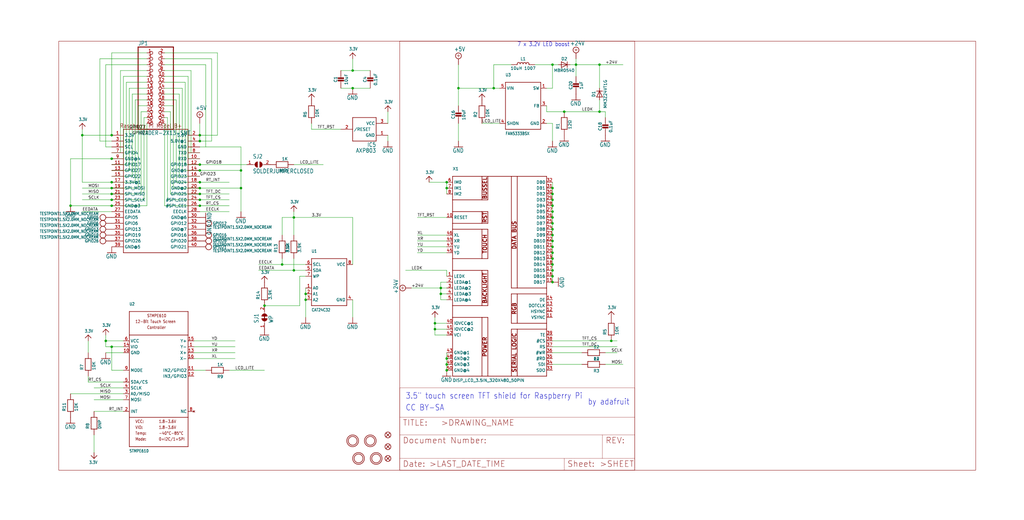
<source format=kicad_sch>
(kicad_sch (version 20211123) (generator eeschema)
  (paper "User" 442.544 224.663)
  (junction (at 86.36 81.28))
  (junction (at 48.26 81.28))
  (junction (at 48.26 86.36))
  (junction (at 45.72 147.32))
  (junction (at 193.04 157.48))
  (junction (at 238.76 93.98))
  (junction (at 190.5 124.46))
  (junction (at 187.96 142.24))
  (junction (at 86.36 73.66))
  (junction (at 238.76 88.9))
  (junction (at 86.36 83.82))
  (junction (at 86.36 78.74))
  (junction (at 190.5 127))
  (junction (at 86.36 86.36))
  (junction (at 127 93.98))
  (junction (at 238.76 83.82))
  (junction (at 114.3 132.08))
  (junction (at 243.84 48.26))
  (junction (at 104.14 81.28))
  (junction (at 238.76 81.28))
  (junction (at 30.48 88.9))
  (junction (at 86.36 60.96))
  (junction (at 238.76 91.44))
  (junction (at 187.96 139.7))
  (junction (at 132.08 129.54))
  (junction (at 238.76 104.14))
  (junction (at 48.26 88.9))
  (junction (at 104.14 73.66))
  (junction (at 238.76 27.94))
  (junction (at 264.16 147.32))
  (junction (at 238.76 116.84))
  (junction (at 86.36 71.12))
  (junction (at 193.04 160.02))
  (junction (at 48.26 68.58))
  (junction (at 238.76 96.52))
  (junction (at 248.92 27.94))
  (junction (at 238.76 106.68))
  (junction (at 48.26 83.82))
  (junction (at 35.56 58.42))
  (junction (at 152.4 30.48))
  (junction (at 193.04 78.74))
  (junction (at 127 116.84))
  (junction (at 86.36 58.42))
  (junction (at 48.26 149.86))
  (junction (at 238.76 101.6))
  (junction (at 121.92 114.3))
  (junction (at 48.26 58.42))
  (junction (at 213.36 38.1))
  (junction (at 193.04 81.28))
  (junction (at 238.76 99.06))
  (junction (at 48.26 78.74))
  (junction (at 238.76 109.22))
  (junction (at 152.4 38.1))
  (junction (at 198.12 38.1))
  (junction (at 238.76 121.92))
  (junction (at 238.76 86.36))
  (junction (at 259.08 48.26))
  (junction (at 238.76 111.76))
  (junction (at 238.76 114.3))
  (junction (at 132.08 127))
  (junction (at 259.08 27.94))
  (junction (at 238.76 119.38))
  (junction (at 86.36 88.9))
  (junction (at 193.04 154.94))
  (wire (pts (xy 193.04 157.48) (xy 193.04 160.02)))
  (wire (pts (xy 238.76 96.52) (xy 238.76 99.06)))
  (wire (pts (xy 48.26 86.36) (xy 62.23 86.36)))
  (wire (pts (xy 48.26 68.58) (xy 53.34 68.58)))
  (wire (pts (xy 35.56 55.88) (xy 35.56 58.42)))
  (wire (pts (xy 152.4 25.4) (xy 152.4 30.48)))
  (wire (pts (xy 129.54 132.08) (xy 129.54 119.38)))
  (wire (pts (xy 180.34 106.68) (xy 193.04 106.68)))
  (wire (pts (xy 83.82 160.02) (xy 88.9 160.02)))
  (wire (pts (xy 48.26 88.9) (xy 30.48 88.9)))
  (wire (pts (xy 62.23 86.36) (xy 62.23 50.8)))
  (wire (pts (xy 127 93.98) (xy 121.92 93.98)))
  (wire (pts (xy 187.96 144.78) (xy 187.96 142.24)))
  (wire (pts (xy 160.02 30.48) (xy 152.4 30.48)))
  (wire (pts (xy 48.26 68.58) (xy 30.48 68.58)))
  (wire (pts (xy 86.36 66.04) (xy 82.55 66.04)))
  (wire (pts (xy 52.07 30.48) (xy 63.5 30.48)))
  (wire (pts (xy 78.74 38.1) (xy 78.74 73.66)))
  (wire (pts (xy 127 111.76) (xy 127 116.84)))
  (wire (pts (xy 238.76 111.76) (xy 238.76 114.3)))
  (wire (pts (xy 48.26 22.86) (xy 63.5 22.86)))
  (wire (pts (xy 48.26 81.28) (xy 59.69 81.28)))
  (wire (pts (xy 45.72 27.94) (xy 63.5 27.94)))
  (wire (pts (xy 58.42 78.74) (xy 58.42 43.18)))
  (wire (pts (xy 52.07 66.04) (xy 52.07 30.48)))
  (wire (pts (xy 48.26 58.42) (xy 48.26 22.86)))
  (wire (pts (xy 86.36 83.82) (xy 99.06 83.82)))
  (wire (pts (xy 43.18 60.96) (xy 43.18 25.4)))
  (wire (pts (xy 48.26 91.44) (xy 35.56 91.44)))
  (wire (pts (xy 111.76 116.84) (xy 127 116.84)))
  (wire (pts (xy 48.26 160.02) (xy 48.26 149.86)))
  (wire (pts (xy 86.36 81.28) (xy 104.14 81.28)))
  (wire (pts (xy 238.76 147.32) (xy 264.16 147.32)))
  (wire (pts (xy 59.69 45.72) (xy 63.5 45.72)))
  (wire (pts (xy 238.76 149.86) (xy 266.7 149.86)))
  (wire (pts (xy 167.64 53.34) (xy 167.64 48.26)))
  (wire (pts (xy 127 91.44) (xy 127 93.98)))
  (wire (pts (xy 76.2 43.18) (xy 76.2 78.74)))
  (wire (pts (xy 238.76 116.84) (xy 238.76 119.38)))
  (wire (pts (xy 48.26 81.28) (xy 35.56 81.28)))
  (wire (pts (xy 91.44 60.96) (xy 91.44 25.4)))
  (wire (pts (xy 81.28 33.02) (xy 81.28 68.58)))
  (wire (pts (xy 58.42 43.18) (xy 63.5 43.18)))
  (wire (pts (xy 132.08 114.3) (xy 121.92 114.3)))
  (wire (pts (xy 190.5 129.54) (xy 193.04 129.54)))
  (wire (pts (xy 35.56 58.42) (xy 48.26 58.42)))
  (wire (pts (xy 190.5 124.46) (xy 177.8 124.46)))
  (wire (pts (xy 73.66 48.26) (xy 73.66 83.82)))
  (wire (pts (xy 53.34 177.8) (xy 40.64 177.8)))
  (wire (pts (xy 38.1 165.1) (xy 38.1 162.56)))
  (wire (pts (xy 93.98 58.42) (xy 86.36 58.42)))
  (wire (pts (xy 71.12 88.9) (xy 86.36 88.9)))
  (wire (pts (xy 238.76 53.34) (xy 238.76 60.96)))
  (wire (pts (xy 30.48 68.58) (xy 30.48 88.9)))
  (wire (pts (xy 74.93 81.28) (xy 74.93 45.72)))
  (wire (pts (xy 77.47 76.2) (xy 77.47 40.64)))
  (wire (pts (xy 38.1 152.4) (xy 38.1 147.32)))
  (wire (pts (xy 238.76 27.94) (xy 241.3 27.94)))
  (wire (pts (xy 86.36 88.9) (xy 99.06 88.9)))
  (wire (pts (xy 152.4 129.54) (xy 152.4 137.16)))
  (wire (pts (xy 236.22 45.72) (xy 236.22 48.26)))
  (wire (pts (xy 71.12 43.18) (xy 76.2 43.18)))
  (wire (pts (xy 86.36 86.36) (xy 72.39 86.36)))
  (wire (pts (xy 86.36 60.96) (xy 91.44 60.96)))
  (wire (pts (xy 45.72 147.32) (xy 53.34 147.32)))
  (wire (pts (xy 86.36 86.36) (xy 99.06 86.36)))
  (wire (pts (xy 213.36 38.1) (xy 198.12 38.1)))
  (wire (pts (xy 91.44 25.4) (xy 71.12 25.4)))
  (wire (pts (xy 248.92 33.02) (xy 248.92 27.94)))
  (wire (pts (xy 261.62 152.4) (xy 266.7 152.4)))
  (wire (pts (xy 193.04 152.4) (xy 193.04 154.94)))
  (wire (pts (xy 238.76 86.36) (xy 238.76 88.9)))
  (wire (pts (xy 43.18 25.4) (xy 63.5 25.4)))
  (wire (pts (xy 127 116.84) (xy 132.08 116.84)))
  (wire (pts (xy 187.96 139.7) (xy 187.96 137.16)))
  (wire (pts (xy 213.36 38.1) (xy 213.36 27.94)))
  (wire (pts (xy 45.72 147.32) (xy 45.72 149.86)))
  (wire (pts (xy 48.26 88.9) (xy 63.5 88.9)))
  (wire (pts (xy 132.08 129.54) (xy 132.08 137.16)))
  (wire (pts (xy 76.2 78.74) (xy 86.36 78.74)))
  (wire (pts (xy 238.76 81.28) (xy 238.76 83.82)))
  (wire (pts (xy 264.16 147.32) (xy 266.7 147.32)))
  (wire (pts (xy 193.04 78.74) (xy 185.42 78.74)))
  (wire (pts (xy 53.34 160.02) (xy 48.26 160.02)))
  (wire (pts (xy 193.04 154.94) (xy 193.04 157.48)))
  (wire (pts (xy 238.76 104.14) (xy 238.76 106.68)))
  (wire (pts (xy 259.08 38.1) (xy 259.08 27.94)))
  (wire (pts (xy 238.76 101.6) (xy 238.76 104.14)))
  (wire (pts (xy 193.04 101.6) (xy 180.34 101.6)))
  (wire (pts (xy 104.14 81.28) (xy 104.14 91.44)))
  (wire (pts (xy 236.22 53.34) (xy 238.76 53.34)))
  (wire (pts (xy 62.23 50.8) (xy 63.5 50.8)))
  (wire (pts (xy 152.4 114.3) (xy 152.4 93.98)))
  (wire (pts (xy 190.5 127) (xy 193.04 127)))
  (wire (pts (xy 80.01 71.12) (xy 80.01 35.56)))
  (wire (pts (xy 40.64 195.58) (xy 40.64 187.96)))
  (wire (pts (xy 48.26 86.36) (xy 35.56 86.36)))
  (wire (pts (xy 187.96 139.7) (xy 193.04 139.7)))
  (wire (pts (xy 82.55 30.48) (xy 71.12 30.48)))
  (wire (pts (xy 215.9 53.34) (xy 208.28 53.34)))
  (wire (pts (xy 35.56 78.74) (xy 35.56 58.42)))
  (wire (pts (xy 53.34 172.72) (xy 40.64 172.72)))
  (wire (pts (xy 57.15 40.64) (xy 63.5 40.64)))
  (wire (pts (xy 198.12 38.1) (xy 198.12 27.94)))
  (wire (pts (xy 147.32 38.1) (xy 152.4 38.1)))
  (wire (pts (xy 238.76 109.22) (xy 238.76 111.76)))
  (wire (pts (xy 86.36 78.74) (xy 99.06 78.74)))
  (wire (pts (xy 152.4 38.1) (xy 160.02 38.1)))
  (wire (pts (xy 236.22 48.26) (xy 243.84 48.26)))
  (wire (pts (xy 45.72 152.4) (xy 53.34 152.4)))
  (wire (pts (xy 238.76 88.9) (xy 238.76 91.44)))
  (wire (pts (xy 82.55 66.04) (xy 82.55 30.48)))
  (wire (pts (xy 48.26 83.82) (xy 35.56 83.82)))
  (wire (pts (xy 77.47 40.64) (xy 71.12 40.64)))
  (wire (pts (xy 80.01 35.56) (xy 71.12 35.56)))
  (wire (pts (xy 121.92 111.76) (xy 121.92 114.3)))
  (wire (pts (xy 175.26 116.84) (xy 193.04 116.84)))
  (wire (pts (xy 86.36 81.28) (xy 74.93 81.28)))
  (wire (pts (xy 238.76 83.82) (xy 238.76 86.36)))
  (wire (pts (xy 48.26 63.5) (xy 45.72 63.5)))
  (wire (pts (xy 55.88 38.1) (xy 63.5 38.1)))
  (wire (pts (xy 193.04 104.14) (xy 180.34 104.14)))
  (wire (pts (xy 147.32 55.88) (xy 134.62 55.88)))
  (wire (pts (xy 152.4 93.98) (xy 127 93.98)))
  (wire (pts (xy 45.72 144.78) (xy 45.72 147.32)))
  (wire (pts (xy 86.36 76.2) (xy 77.47 76.2)))
  (wire (pts (xy 86.36 63.5) (xy 104.14 63.5)))
  (wire (pts (xy 259.08 48.26) (xy 261.62 48.26)))
  (wire (pts (xy 132.08 127) (xy 132.08 129.54)))
  (wire (pts (xy 86.36 58.42) (xy 86.36 60.96)))
  (wire (pts (xy 83.82 147.32) (xy 101.6 147.32)))
  (wire (pts (xy 48.26 76.2) (xy 57.15 76.2)))
  (wire (pts (xy 193.04 142.24) (xy 187.96 142.24)))
  (wire (pts (xy 71.12 27.94) (xy 88.9 27.94)))
  (wire (pts (xy 60.96 83.82) (xy 60.96 48.26)))
  (wire (pts (xy 238.76 78.74) (xy 238.76 81.28)))
  (wire (pts (xy 104.14 73.66) (xy 104.14 81.28)))
  (wire (pts (xy 121.92 93.98) (xy 121.92 101.6)))
  (wire (pts (xy 48.26 60.96) (xy 43.18 60.96)))
  (wire (pts (xy 238.76 38.1) (xy 236.22 38.1)))
  (wire (pts (xy 54.61 35.56) (xy 63.5 35.56)))
  (wire (pts (xy 132.08 124.46) (xy 132.08 127)))
  (wire (pts (xy 48.26 73.66) (xy 55.88 73.66)))
  (wire (pts (xy 231.14 27.94) (xy 238.76 27.94)))
  (wire (pts (xy 243.84 48.26) (xy 259.08 48.26)))
  (wire (pts (xy 190.5 121.92) (xy 190.5 124.46)))
  (wire (pts (xy 72.39 50.8) (xy 71.12 50.8)))
  (wire (pts (xy 167.64 58.42) (xy 167.64 60.96)))
  (wire (pts (xy 59.69 81.28) (xy 59.69 45.72)))
  (wire (pts (xy 60.96 48.26) (xy 63.5 48.26)))
  (wire (pts (xy 198.12 38.1) (xy 198.12 45.72)))
  (wire (pts (xy 86.36 53.34) (xy 86.36 58.42)))
  (wire (pts (xy 121.92 114.3) (xy 111.76 114.3)))
  (wire (pts (xy 213.36 27.94) (xy 220.98 27.94)))
  (wire (pts (xy 63.5 88.9) (xy 63.5 53.34)))
  (wire (pts (xy 86.36 91.44) (xy 99.06 91.44)))
  (wire (pts (xy 238.76 106.68) (xy 238.76 109.22)))
  (wire (pts (xy 71.12 48.26) (xy 73.66 48.26)))
  (wire (pts (xy 190.5 127) (xy 190.5 129.54)))
  (wire (pts (xy 238.76 114.3) (xy 238.76 116.84)))
  (wire (pts (xy 54.61 71.12) (xy 54.61 35.56)))
  (wire (pts (xy 71.12 53.34) (xy 71.12 88.9)))
  (wire (pts (xy 193.04 124.46) (xy 190.5 124.46)))
  (wire (pts (xy 55.88 73.66) (xy 55.88 38.1)))
  (wire (pts (xy 48.26 71.12) (xy 54.61 71.12)))
  (wire (pts (xy 93.98 22.86) (xy 93.98 58.42)))
  (wire (pts (xy 261.62 157.48) (xy 269.24 157.48)))
  (wire (pts (xy 198.12 53.34) (xy 198.12 60.96)))
  (wire (pts (xy 238.76 27.94) (xy 238.76 38.1)))
  (wire (pts (xy 190.5 124.46) (xy 190.5 127)))
  (wire (pts (xy 193.04 109.22) (xy 180.34 109.22)))
  (wire (pts (xy 193.04 78.74) (xy 193.04 81.28)))
  (wire (pts (xy 30.48 170.18) (xy 53.34 170.18)))
  (wire (pts (xy 193.04 121.92) (xy 190.5 121.92)))
  (wire (pts (xy 71.12 22.86) (xy 93.98 22.86)))
  (wire (pts (xy 238.76 99.06) (xy 238.76 101.6)))
  (wire (pts (xy 88.9 27.94) (xy 88.9 63.5)))
  (wire (pts (xy 246.38 27.94) (xy 248.92 27.94)))
  (wire (pts (xy 53.34 68.58) (xy 53.34 33.02)))
  (wire (pts (xy 152.4 30.48) (xy 147.32 30.48)))
  (wire (pts (xy 259.08 43.18) (xy 259.08 48.26)))
  (wire (pts (xy 129.54 119.38) (xy 132.08 119.38)))
  (wire (pts (xy 238.76 157.48) (xy 251.46 157.48)))
  (wire (pts (xy 238.76 119.38) (xy 238.76 121.92)))
  (wire (pts (xy 187.96 144.78) (xy 193.04 144.78)))
  (wire (pts (xy 193.04 83.82) (xy 193.04 81.28)))
  (wire (pts (xy 104.14 63.5) (xy 104.14 73.66)))
  (wire (pts (xy 45.72 63.5) (xy 45.72 27.94)))
  (wire (pts (xy 78.74 73.66) (xy 86.36 73.66)))
  (wire (pts (xy 48.26 78.74) (xy 35.56 78.74)))
  (wire (pts (xy 193.04 93.98) (xy 180.34 93.98)))
  (wire (pts (xy 134.62 55.88) (xy 134.62 53.34)))
  (wire (pts (xy 99.06 160.02) (xy 114.3 160.02)))
  (wire (pts (xy 193.04 116.84) (xy 193.04 119.38)))
  (wire (pts (xy 81.28 68.58) (xy 86.36 68.58)))
  (wire (pts (xy 248.92 25.4) (xy 248.92 27.94)))
  (wire (pts (xy 259.08 27.94) (xy 269.24 27.94)))
  (wire (pts (xy 86.36 71.12) (xy 106.68 71.12)))
  (wire (pts (xy 53.34 33.02) (xy 63.5 33.02)))
  (wire (pts (xy 73.66 83.82) (xy 86.36 83.82)))
  (wire (pts (xy 215.9 38.1) (xy 213.36 38.1)))
  (wire (pts (xy 86.36 73.66) (xy 104.14 73.66)))
  (wire (pts (xy 74.93 45.72) (xy 71.12 45.72)))
  (wire (pts (xy 72.39 86.36) (xy 72.39 50.8)))
  (wire (pts (xy 238.76 93.98) (xy 238.76 96.52)))
  (wire (pts (xy 114.3 132.08) (xy 129.54 132.08)))
  (wire (pts (xy 40.64 167.64) (xy 53.34 167.64)))
  (wire (pts (xy 38.1 165.1) (xy 53.34 165.1)))
  (wire (pts (xy 83.82 149.86) (xy 101.6 149.86)))
  (wire (pts (xy 53.34 149.86) (xy 48.26 149.86)))
  (wire (pts (xy 83.82 154.94) (xy 101.6 154.94)))
  (wire (pts (xy 86.36 71.12) (xy 80.01 71.12)))
  (wire (pts (xy 251.46 152.4) (xy 238.76 152.4)))
  (wire (pts (xy 48.26 78.74) (xy 58.42 78.74)))
  (wire (pts (xy 48.26 66.04) (xy 52.07 66.04)))
  (wire (pts (xy 71.12 33.02) (xy 81.28 33.02)))
  (wire (pts (xy 238.76 91.44) (xy 238.76 93.98)))
  (wire (pts (xy 127 101.6) (xy 127 93.98)))
  (wire (pts (xy 127 71.12) (xy 139.7 71.12)))
  (wire (pts (xy 48.26 149.86) (xy 45.72 149.86)))
  (wire (pts (xy 57.15 76.2) (xy 57.15 40.64)))
  (wire (pts (xy 48.26 83.82) (xy 60.96 83.82)))
  (wire (pts (xy 248.92 27.94) (xy 259.08 27.94)))
  (wire (pts (xy 187.96 142.24) (xy 187.96 139.7)))
  (wire (pts (xy 83.82 152.4) (xy 101.6 152.4)))
  (wire (pts (xy 261.62 48.26) (xy 261.62 50.8)))
  (wire (pts (xy 71.12 38.1) (xy 78.74 38.1)))
  (text "3.5\" touch screen TFT shield for Raspberry Pi" (at 175.26 172.72 180) (effects (font (size 2.54 2.159)) (justify left bottom)))
  (text "by adafruit~{}" (at 254 175.26 180) (effects (font (size 2.54 2.159)) (justify left bottom)))
  (text "7 x 3.2V LED boost" (at 223.52 20.32 180) (effects (font (size 1.778 1.5113)) (justify left bottom)))
  (text "CC BY-SA" (at 175.26 177.8 180) (effects (font (size 2.54 2.159)) (justify left bottom)))
  (label "LEDK" (at 251.46 48.26 0) (effects (font (size 1.2446 1.2446))))
  (label "MOSI" (at 264.16 157.48 0) (effects (font (size 1.2446 1.2446))))
  (label "3.3V" (at 134.62 93.98 0) (effects (font (size 1.2446 1.2446))))
  (label "TFT_RST" (at 137.16 55.88 0) (effects (font (size 1.2446 1.2446))))
  (label "LCD_LITE" (at 129.54 71.12 0) (effects (font (size 1.2446 1.2446))))
  (label "TFT_RST" (at 180.34 93.98 0) (effects (font (size 1.2446 1.2446))))
  (label "MOSI" (at 38.1 81.28 0) (effects (font (size 1.2446 1.2446))))
  (label "TFT_DC" (at 88.9 83.82 0) (effects (font (size 1.2446 1.2446))))
  (label "XR" (at 91.44 152.4 0) (effects (font (size 1.2446 1.2446))))
  (label "EEDATA" (at 35.56 91.44 0) (effects (font (size 1.2446 1.2446))))
  (label "GPIO18" (at 88.9 71.12 0) (effects (font (size 1.2446 1.2446))))
  (label "XL" (at 91.44 154.94 0) (effects (font (size 1.2446 1.2446))))
  (label "YD" (at 180.34 109.22 0) (effects (font (size 1.2446 1.2446))))
  (label "LCD_LITE" (at 101.6 160.02 0) (effects (font (size 1.2446 1.2446))))
  (label "RT_INT" (at 88.9 78.74 0) (effects (font (size 1.2446 1.2446))))
  (label "YU" (at 180.34 106.68 0) (effects (font (size 1.2446 1.2446))))
  (label "RT_CS" (at 38.1 165.1 0) (effects (font (size 1.2446 1.2446))))
  (label "XR" (at 180.34 104.14 0) (effects (font (size 1.2446 1.2446))))
  (label "MISO" (at 38.1 83.82 0) (effects (font (size 1.2446 1.2446))))
  (label "EECLK" (at 88.9 91.44 0) (effects (font (size 1.2446 1.2446))))
  (label "MISO" (at 43.18 170.18 0) (effects (font (size 1.2446 1.2446))))
  (label "RT_CS" (at 88.9 88.9 0) (effects (font (size 1.2446 1.2446))))
  (label "RT_INT" (at 46.99 177.8 0) (effects (font (size 1.2446 1.2446))))
  (label "+24V" (at 261.62 27.94 0) (effects (font (size 1.2446 1.2446))))
  (label "SCLK" (at 38.1 86.36 0) (effects (font (size 1.2446 1.2446))))
  (label "MOSI" (at 43.18 172.72 0) (effects (font (size 1.2446 1.2446))))
  (label "SCLK" (at 264.16 152.4 0) (effects (font (size 1.2446 1.2446))))
  (label "EEDATA" (at 111.76 116.84 0) (effects (font (size 1.2446 1.2446))))
  (label "TFT_DC" (at 251.46 149.86 0) (effects (font (size 1.2446 1.2446))))
  (label "EECLK" (at 111.76 114.3 0) (effects (font (size 1.2446 1.2446))))
  (label "LEDK" (at 177.8 116.84 0) (effects (font (size 1.2446 1.2446))))
  (label "GPIO22" (at 57.15 58.42 0) (effects (font (size 1.2446 1.2446))))
  (label "GPIO23" (at 86.36 76.2 0) (effects (font (size 1.2446 1.2446))))
  (label "+24V" (at 177.8 124.46 0) (effects (font (size 1.2446 1.2446))))
  (label "SCLK" (at 43.18 167.64 0) (effects (font (size 1.2446 1.2446))))
  (label "XL" (at 180.34 101.6 0) (effects (font (size 1.2446 1.2446))))
  (label "LCD_LITE" (at 208.28 53.34 0) (effects (font (size 1.2446 1.2446))))
  (label "GPIO27" (at 55.88 55.88 0) (effects (font (size 1.2446 1.2446))))
  (label "TFT_CS" (at 88.9 86.36 0) (effects (font (size 1.2446 1.2446))))
  (label "YD" (at 91.44 147.32 0) (effects (font (size 1.2446 1.2446))))
  (label "YU" (at 91.44 149.86 0) (effects (font (size 1.2446 1.2446))))
  (label "TFT_CS" (at 251.46 147.32 0) (effects (font (size 1.2446 1.2446))))
  (symbol (lib_id "eagleSchem-eagle-import:GND") (at 261.62 60.96 0) (unit 1)
    (property "Reference" "#U$27" (effects hide))
    (property "Value" "GND" (at 259.08 63.5 0) (effects (font (size 1.778 1.5113)) (justify left bottom)))
    (property "Footprint" "eagleSchem:" (effects hide))
  )
  (symbol (lib_id "eagleSchem-eagle-import:+24V") (at 175.26 124.46 90) (unit 1)
    (property "Reference" "#SUPPLY1" (effects hide))
    (property "Value" "+24V" (at 172.085 127 0) (effects (font (size 1.778 1.5113)) (justify left bottom)))
    (property "Footprint" "eagleSchem:" (effects hide))
  )
  (symbol (lib_id "eagleSchem-eagle-import:TESTPOINT1.5X2.0MM_NOCREAM") (at 86.36 106.68 270) (unit 1)
    (property "Reference" "GPIO21" (at 91.948 106.68 90) (effects (font (size 1.27 1.0795)) (justify left)))
    (property "Value" "TESTPOINT1.5X2.0MM_NOCREAM" (at 91.948 108.331 90) (effects (font (size 1.27 1.0795)) (justify left)))
    (property "Footprint" "eagleSchem:PAD-1.5X2.0" (effects hide))
  )
  (symbol (lib_id "eagleSchem-eagle-import:HEADER-2X13-SMT") (at 68.58 38.1 0) (unit 1)
    (property "Reference" "JP1" (at 59.69 19.685 0) (effects (font (size 1.778 1.5113)) (justify left bottom)))
    (property "Value" "HEADER-2X13-SMT" (at 59.69 58.42 0) (effects (font (size 1.778 1.5113)) (justify left bottom)))
    (property "Footprint" "eagleSchem:2X13_SMT_MALE" (effects hide))
  )
  (symbol (lib_id "eagleSchem-eagle-import:CAP_CERAMIC0805-NOOUTLINE") (at 160.02 35.56 0) (unit 1)
    (property "Reference" "C4" (at 157.73 34.31 90))
    (property "Value" "0.1uF" (at 162.32 34.31 90))
    (property "Footprint" "eagleSchem:0805-NO" (effects hide))
  )
  (symbol (lib_id "eagleSchem-eagle-import:GND") (at 238.76 63.5 0) (unit 1)
    (property "Reference" "#U$25" (effects hide))
    (property "Value" "GND" (at 236.22 66.04 0) (effects (font (size 1.778 1.5113)) (justify left bottom)))
    (property "Footprint" "eagleSchem:" (effects hide))
  )
  (symbol (lib_id "eagleSchem-eagle-import:GND") (at 152.4 40.64 0) (unit 1)
    (property "Reference" "#U$5" (effects hide))
    (property "Value" "GND" (at 149.86 43.18 0) (effects (font (size 1.778 1.5113)) (justify left bottom)))
    (property "Footprint" "eagleSchem:" (effects hide))
  )
  (symbol (lib_id "eagleSchem-eagle-import:GND") (at 48.26 109.22 0) (unit 1)
    (property "Reference" "#U$36" (effects hide))
    (property "Value" "GND" (at 45.72 111.76 0) (effects (font (size 1.778 1.5113)) (justify left bottom)))
    (property "Footprint" "eagleSchem:" (effects hide))
  )
  (symbol (lib_id "eagleSchem-eagle-import:CAP_CERAMIC0805-NOOUTLINE") (at 198.12 50.8 0) (unit 1)
    (property "Reference" "C16" (at 195.83 49.55 90))
    (property "Value" "10uF" (at 200.42 49.55 90))
    (property "Footprint" "eagleSchem:0805-NO" (effects hide))
  )
  (symbol (lib_id "eagleSchem-eagle-import:MOUNTINGHOLE2.5_THICK") (at 160.02 190.5 0) (unit 1)
    (property "Reference" "U$15" (effects hide))
    (property "Value" "MOUNTINGHOLE2.5_THICK" (effects hide))
    (property "Footprint" "eagleSchem:MOUNTINGHOLE_2.5_PLATED_THICK" (effects hide))
  )
  (symbol (lib_id "eagleSchem-eagle-import:RESISTOR0805_NOOUTLINE") (at 30.48 175.26 90) (unit 1)
    (property "Reference" "R11" (at 28.448 177.8 0) (effects (justify left bottom)))
    (property "Value" "10K" (at 33.655 177.8 0) (effects (justify left bottom)))
    (property "Footprint" "eagleSchem:0805-NO" (effects hide))
  )
  (symbol (lib_id "eagleSchem-eagle-import:RESISTOR_0805MP") (at 256.54 157.48 180) (unit 1)
    (property "Reference" "R3" (at 259.08 159.512 0) (effects (justify left bottom)))
    (property "Value" "12" (at 259.08 154.305 0) (effects (justify left bottom)))
    (property "Footprint" "eagleSchem:_0805MP" (effects hide))
  )
  (symbol (lib_id "eagleSchem-eagle-import:3.3V") (at 45.72 142.24 0) (unit 1)
    (property "Reference" "#U$4" (effects hide))
    (property "Value" "3.3V" (at 44.196 141.224 0) (effects (font (size 1.27 1.0795)) (justify left bottom)))
    (property "Footprint" "eagleSchem:" (effects hide))
  )
  (symbol (lib_id "eagleSchem-eagle-import:GND") (at 114.3 144.78 0) (unit 1)
    (property "Reference" "#GND5" (effects hide))
    (property "Value" "GND" (at 111.76 147.32 0) (effects (font (size 1.778 1.5113)) (justify left bottom)))
    (property "Footprint" "eagleSchem:" (effects hide))
  )
  (symbol (lib_id "eagleSchem-eagle-import:RESISTOR0805_NOOUTLINE") (at 256.54 152.4 180) (unit 1)
    (property "Reference" "R4" (at 259.08 154.432 0) (effects (justify left bottom)))
    (property "Value" "12" (at 259.08 149.225 0) (effects (justify left bottom)))
    (property "Footprint" "eagleSchem:0805-NO" (effects hide))
  )
  (symbol (lib_id "eagleSchem-eagle-import:3.3V") (at 187.96 134.62 0) (unit 1)
    (property "Reference" "#U$32" (effects hide))
    (property "Value" "3.3V" (at 186.436 133.604 0) (effects (font (size 1.27 1.0795)) (justify left bottom)))
    (property "Footprint" "eagleSchem:" (effects hide))
  )
  (symbol (lib_id "eagleSchem-eagle-import:GND") (at 132.08 139.7 0) (unit 1)
    (property "Reference" "#GND3" (effects hide))
    (property "Value" "GND" (at 129.54 142.24 0) (effects (font (size 1.778 1.5113)) (justify left bottom)))
    (property "Footprint" "eagleSchem:" (effects hide))
  )
  (symbol (lib_id "eagleSchem-eagle-import:3.3V") (at 127 88.9 0) (unit 1)
    (property "Reference" "#U$34" (effects hide))
    (property "Value" "3.3V" (at 125.476 87.884 0) (effects (font (size 1.27 1.0795)) (justify left bottom)))
    (property "Footprint" "eagleSchem:" (effects hide))
  )
  (symbol (lib_id "eagleSchem-eagle-import:3.3V") (at 208.28 40.64 0) (unit 1)
    (property "Reference" "#U$13" (effects hide))
    (property "Value" "3.3V" (at 206.756 39.624 0) (effects (font (size 1.27 1.0795)) (justify left bottom)))
    (property "Footprint" "eagleSchem:" (effects hide))
  )
  (symbol (lib_id "eagleSchem-eagle-import:RASPBERRYPI_BPLUS_SMT") (at 66.04 78.74 0) (unit 1)
    (property "Reference" "RPI1" (effects hide))
    (property "Value" "RASPBERRYPI_BPLUS_SMT" (effects hide))
    (property "Footprint" "eagleSchem:RASPBERRYPI_BPLUS_SHIELD_SMT" (effects hide))
  )
  (symbol (lib_id "eagleSchem-eagle-import:RESISTOR0805_NOOUTLINE") (at 208.28 48.26 90) (unit 1)
    (property "Reference" "R2" (at 206.248 50.8 0) (effects (justify left bottom)))
    (property "Value" "10K" (at 211.455 50.8 0) (effects (justify left bottom)))
    (property "Footprint" "eagleSchem:0805-NO" (effects hide))
  )
  (symbol (lib_id "eagleSchem-eagle-import:MOUNTINGHOLE2.5_THICK") (at 154.94 198.12 0) (unit 1)
    (property "Reference" "U$17" (effects hide))
    (property "Value" "MOUNTINGHOLE2.5_THICK" (effects hide))
    (property "Footprint" "eagleSchem:MOUNTINGHOLE_2.5_PLATED_THICK" (effects hide))
    (property "Value" "MOUNTINGHOLE2.5_THICK" (effects hide))
  )
  (symbol (lib_id "eagleSchem-eagle-import:GND") (at 88.9 99.06 90) (unit 1)
    (property "Reference" "#U$37" (effects hide))
    (property "Value" "GND" (at 91.44 101.6 0) (effects (font (size 1.778 1.5113)) (justify left bottom)))
    (property "Footprint" "eagleSchem:" (effects hide))
  )
  (symbol (lib_id "eagleSchem-eagle-import:GND") (at 104.14 93.98 0) (unit 1)
    (property "Reference" "#U$9" (effects hide))
    (property "Value" "GND" (at 101.6 96.52 0) (effects (font (size 1.778 1.5113)) (justify left bottom)))
    (property "Footprint" "eagleSchem:" (effects hide))
  )
  (symbol (lib_id "eagleSchem-eagle-import:TESTPOINT1.5X2.0MM_NOCREAM") (at 48.26 93.98 90) (unit 1)
    (property "Reference" "GPIO5" (at 42.672 93.98 90) (effects (font (size 1.27 1.0795)) (justify left)))
    (property "Value" "TESTPOINT1.5X2.0MM_NOCREAM" (at 42.672 92.329 90) (effects (font (size 1.27 1.0795)) (justify left)))
    (property "Footprint" "eagleSchem:PAD-1.5X2.0" (effects hide))
  )
  (symbol (lib_id "eagleSchem-eagle-import:FIDUCIAL{dblquote}{dblquote}") (at 167.64 198.12 0) (unit 1)
    (property "Reference" "U$11" (effects hide))
    (property "Value" "FIDUCIAL{dblquote}{dblquote}" (effects hide))
    (property "Footprint" "eagleSchem:FIDUCIAL_1MM" (effects hide))
  )
  (symbol (lib_id "eagleSchem-eagle-import:FAN5331") (at 226.06 45.72 0) (unit 1)
    (property "Reference" "U3" (at 218.44 33.02 0) (effects (font (size 1.27 1.0795)) (justify left bottom)))
    (property "Value" "FAN5333BSX" (at 218.44 58.42 0) (effects (font (size 1.27 1.0795)) (justify left bottom)))
    (property "Footprint" "eagleSchem:SOT23-5@1" (effects hide))
  )
  (symbol (lib_id "eagleSchem-eagle-import:CAP_CERAMIC0805-NOOUTLINE") (at 147.32 35.56 0) (unit 1)
    (property "Reference" "C1" (at 145.03 34.31 90))
    (property "Value" "10uF" (at 149.62 34.31 90))
    (property "Footprint" "eagleSchem:0805-NO" (effects hide))
  )
  (symbol (lib_id "eagleSchem-eagle-import:CAP_CERAMIC_0805MP") (at 248.92 38.1 0) (unit 1)
    (property "Reference" "C20" (at 246.63 36.85 90))
    (property "Value" "1uF" (at 251.22 36.85 90))
    (property "Footprint" "eagleSchem:_0805MP" (effects hide))
  )
  (symbol (lib_id "eagleSchem-eagle-import:SOLDERJUMPERCLOSED") (at 111.76 71.12 0) (unit 1)
    (property "Reference" "SJ2" (at 109.22 68.58 0) (effects (font (size 1.778 1.5113)) (justify left bottom)))
    (property "Value" "SOLDERJUMPERCLOSED" (at 109.22 74.93 0) (effects (font (size 1.778 1.5113)) (justify left bottom)))
    (property "Footprint" "eagleSchem:SOLDERJUMPER_CLOSEDWIRE" (effects hide))
  )
  (symbol (lib_id "eagleSchem-eagle-import:TESTPOINT1.5X2.0MM_NOCREAM") (at 86.36 101.6 270) (unit 1)
    (property "Reference" "GPIO16" (at 91.948 101.6 90) (effects (font (size 1.27 1.0795)) (justify left)))
    (property "Value" "TESTPOINT1.5X2.0MM_NOCREAM" (at 91.948 103.251 90) (effects (font (size 1.27 1.0795)) (justify left)))
    (property "Footprint" "eagleSchem:PAD-1.5X2.0" (effects hide))
  )
  (symbol (lib_id "eagleSchem-eagle-import:3.3V") (at 152.4 22.86 0) (unit 1)
    (property "Reference" "#U$26" (effects hide))
    (property "Value" "3.3V" (at 150.876 21.844 0) (effects (font (size 1.27 1.0795)) (justify left bottom)))
    (property "Footprint" "eagleSchem:" (effects hide))
  )
  (symbol (lib_id "eagleSchem-eagle-import:MOUNTINGHOLE2.5_THICK") (at 152.4 190.5 0) (unit 1)
    (property "Reference" "U$16" (effects hide))
    (property "Value" "MOUNTINGHOLE2.5_THICK" (effects hide))
    (property "Footprint" "eagleSchem:MOUNTINGHOLE_2.5_PLATED_THICK" (effects hide))
  )
  (symbol (lib_id "eagleSchem-eagle-import:AXP083-SAG") (at 157.48 55.88 0) (mirror y) (unit 1)
    (property "Reference" "IC5" (at 162.56 63.5 0) (effects (font (size 1.778 1.5113)) (justify left bottom)))
    (property "Value" "AXP803" (at 162.56 66.04 0) (effects (font (size 1.778 1.5113)) (justify left bottom)))
    (property "Footprint" "eagleSchem:SOT23" (effects hide))
  )
  (symbol (lib_id "eagleSchem-eagle-import:3.3V") (at 185.42 76.2 0) (unit 1)
    (property "Reference" "#U$30" (effects hide))
    (property "Value" "3.3V" (at 183.896 75.184 0) (effects (font (size 1.27 1.0795)) (justify left bottom)))
    (property "Footprint" "eagleSchem:" (effects hide))
  )
  (symbol (lib_id "eagleSchem-eagle-import:SOLDERJUMPER_CLOSED") (at 114.3 137.16 90) (unit 1)
    (property "Reference" "SJ1" (at 111.76 139.7 0) (effects (font (size 1.778 1.5113)) (justify left bottom)))
    (property "Value" "WP" (at 118.11 139.7 0) (effects (font (size 1.778 1.5113)) (justify left bottom)))
    (property "Footprint" "eagleSchem:SOLDERJUMPER_CLOSEDWIRE" (effects hide))
  )
  (symbol (lib_id "eagleSchem-eagle-import:GND") (at 30.48 91.44 0) (unit 1)
    (property "Reference" "#U$12" (effects hide))
    (property "Value" "GND" (at 27.94 93.98 0) (effects (font (size 1.778 1.5113)) (justify left bottom)))
    (property "Footprint" "eagleSchem:" (effects hide))
  )
  (symbol (lib_id "eagleSchem-eagle-import:RESISTOR0805_NOOUTLINE") (at 40.64 182.88 90) (unit 1)
    (property "Reference" "R8" (at 38.608 185.42 0) (effects (justify left bottom)))
    (property "Value" "DNP" (at 43.815 185.42 0) (effects (justify left bottom)))
    (property "Footprint" "eagleSchem:0805-NO" (effects hide))
  )
  (symbol (lib_id "eagleSchem-eagle-import:3.3V") (at 40.64 198.12 180) (unit 1)
    (property "Reference" "#U$3" (effects hide))
    (property "Value" "3.3V" (at 42.164 199.136 0) (effects (font (size 1.27 1.0795)) (justify left bottom)))
    (property "Footprint" "eagleSchem:" (effects hide))
  )
  (symbol (lib_id "eagleSchem-eagle-import:+5V") (at 198.12 25.4 0) (unit 1)
    (property "Reference" "#SUPPLY4" (effects hide))
    (property "Value" "+5V" (at 196.215 22.225 0) (effects (font (size 1.778 1.5113)) (justify left bottom)))
    (property "Footprint" "eagleSchem:" (effects hide))
  )
  (symbol (lib_id "eagleSchem-eagle-import:GND") (at 243.84 60.96 0) (unit 1)
    (property "Reference" "#U$6" (effects hide))
    (property "Value" "GND" (at 241.3 63.5 0) (effects (font (size 1.778 1.5113)) (justify left bottom)))
    (property "Footprint" "eagleSchem:" (effects hide))
  )
  (symbol (lib_id "eagleSchem-eagle-import:3.3V") (at 167.64 45.72 0) (unit 1)
    (property "Reference" "#U$28" (effects hide))
    (property "Value" "3.3V" (at 166.116 44.704 0) (effects (font (size 1.27 1.0795)) (justify left bottom)))
    (property "Footprint" "eagleSchem:" (effects hide))
  )
  (symbol (lib_id "eagleSchem-eagle-import:RESISTOR0805_NOOUTLINE") (at 121.92 106.68 90) (unit 1)
    (property "Reference" "R13" (at 119.888 109.22 0) (effects (justify left bottom)))
    (property "Value" "3.9K" (at 125.095 109.22 0) (effects (justify left bottom)))
    (property "Footprint" "eagleSchem:0805-NO" (effects hide))
  )
  (symbol (lib_id "eagleSchem-eagle-import:GND") (at 167.64 63.5 0) (unit 1)
    (property "Reference" "#U$14" (effects hide))
    (property "Value" "GND" (at 165.1 66.04 0) (effects (font (size 1.778 1.5113)) (justify left bottom)))
    (property "Footprint" "eagleSchem:" (effects hide))
  )
  (symbol (lib_id "eagleSchem-eagle-import:3.3V") (at 35.56 53.34 0) (unit 1)
    (property "Reference" "#U$33" (effects hide))
    (property "Value" "3.3V" (at 34.036 52.324 0) (effects (font (size 1.27 1.0795)) (justify left bottom)))
    (property "Footprint" "eagleSchem:" (effects hide))
  )
  (symbol (lib_id "eagleSchem-eagle-import:EEPROM_I2C_SOIC8_GENERIC") (at 142.24 121.92 0) (unit 1)
    (property "Reference" "U1" (at 134.62 109.22 0) (effects (font (size 1.27 1.0795)) (justify left bottom)))
    (property "Value" "CAT24C32" (at 134.62 134.62 0) (effects (font (size 1.27 1.0795)) (justify left bottom)))
    (property "Footprint" "eagleSchem:SOIC8_150MIL" (effects hide))
  )
  (symbol (lib_id "eagleSchem-eagle-import:TESTPOINT1.5X2.0MM_NOCREAM") (at 86.36 96.52 270) (unit 1)
    (property "Reference" "GPIO12" (at 91.948 96.52 90) (effects (font (size 1.27 1.0795)) (justify left)))
    (property "Value" "TESTPOINT1.5X2.0MM_NOCREAM" (at 91.948 98.171 90) (effects (font (size 1.27 1.0795)) (justify left)))
    (property "Footprint" "eagleSchem:PAD-1.5X2.0" (effects hide))
  )
  (symbol (lib_id "eagleSchem-eagle-import:INDUCTOR") (at 226.06 27.94 0) (unit 1)
    (property "Reference" "L1" (at 226.06 25.4 0))
    (property "Value" "10uH 1007" (at 226.06 29.48 0))
    (property "Footprint" "eagleSchem:INDUCTOR_1007" (effects hide))
  )
  (symbol (lib_id "eagleSchem-eagle-import:GND") (at 152.4 139.7 0) (unit 1)
    (property "Reference" "#GND4" (effects hide))
    (property "Value" "GND" (at 149.86 142.24 0) (effects (font (size 1.778 1.5113)) (justify left bottom)))
    (property "Footprint" "eagleSchem:" (effects hide))
  )
  (symbol (lib_id "eagleSchem-eagle-import:RESISTOR0805_NOOUTLINE") (at 243.84 53.34 90) (unit 1)
    (property "Reference" "R1" (at 241.808 55.88 0) (effects (justify left bottom)))
    (property "Value" "12Ω" (at 247.015 55.88 0) (effects (justify left bottom)))
    (property "Footprint" "eagleSchem:0805-NO" (effects hide))
  )
  (symbol (lib_id "eagleSchem-eagle-import:3.3V") (at 134.62 40.64 0) (unit 1)
    (property "Reference" "#U$22" (effects hide))
    (property "Value" "3.3V" (at 133.096 39.624 0) (effects (font (size 1.27 1.0795)) (justify left bottom)))
    (property "Footprint" "eagleSchem:" (effects hide))
  )
  (symbol (lib_id "eagleSchem-eagle-import:TESTPOINT1.5X2.0MM_NOCREAM") (at 48.26 104.14 90) (unit 1)
    (property "Reference" "GPIO26" (at 42.672 104.14 90) (effects (font (size 1.27 1.0795)) (justify left)))
    (property "Value" "TESTPOINT1.5X2.0MM_NOCREAM" (at 42.672 102.489 90) (effects (font (size 1.27 1.0795)) (justify left)))
    (property "Footprint" "eagleSchem:PAD-1.5X2.0" (effects hide))
  )
  (symbol (lib_id "eagleSchem-eagle-import:TESTPOINT1.5X2.0MM_NOCREAM") (at 86.36 104.14 270) (unit 1)
    (property "Reference" "GPIO20" (at 91.948 104.14 90) (effects (font (size 1.27 1.0795)) (justify left)))
    (property "Value" "TESTPOINT1.5X2.0MM_NOCREAM" (at 91.948 105.791 90) (effects (font (size 1.27 1.0795)) (justify left)))
    (property "Footprint" "eagleSchem:PAD-1.5X2.0" (effects hide))
  )
  (symbol (lib_id "eagleSchem-eagle-import:TESTPOINT1.5X2.0MM_NOCREAM") (at 48.26 101.6 90) (unit 1)
    (property "Reference" "GPIO19" (at 42.672 101.6 90) (effects (font (size 1.27 1.0795)) (justify left)))
    (property "Value" "TESTPOINT1.5X2.0MM_NOCREAM" (at 42.672 99.949 90) (effects (font (size 1.27 1.0795)) (justify left)))
    (property "Footprint" "eagleSchem:PAD-1.5X2.0" (effects hide))
  )
  (symbol (lib_id "eagleSchem-eagle-import:+5V") (at 86.36 50.8 0) (unit 1)
    (property "Reference" "#SUPPLY6" (effects hide))
    (property "Value" "+5V" (at 84.455 47.625 0) (effects (font (size 1.778 1.5113)) (justify left bottom)))
    (property "Footprint" "eagleSchem:" (effects hide))
  )
  (symbol (lib_id "eagleSchem-eagle-import:FIDUCIAL{dblquote}{dblquote}") (at 167.64 187.96 0) (unit 1)
    (property "Reference" "U$10" (effects hide))
    (property "Value" "FIDUCIAL{dblquote}{dblquote}" (effects hide))
    (property "Footprint" "eagleSchem:FIDUCIAL_1MM" (effects hide))
  )
  (symbol (lib_id "eagleSchem-eagle-import:+24V") (at 248.92 22.86 0) (unit 1)
    (property "Reference" "#SUPPLY7" (effects hide))
    (property "Value" "+24V" (at 246.38 19.685 0) (effects (font (size 1.778 1.5113)) (justify left bottom)))
    (property "Footprint" "eagleSchem:" (effects hide))
  )
  (symbol (lib_id "eagleSchem-eagle-import:3.3V") (at 264.16 134.62 0) (unit 1)
    (property "Reference" "#U$31" (effects hide))
    (property "Value" "3.3V" (at 262.636 133.604 0) (effects (font (size 1.27 1.0795)) (justify left bottom)))
    (property "Footprint" "eagleSchem:" (effects hide))
  )
  (symbol (lib_id "eagleSchem-eagle-import:DISP_LCD_3.5IN_320X480_50PIN") (at 215.9 116.84 0) (unit 1)
    (property "Reference" "X1" (at 195.58 73.66 0) (effects (justify left bottom)))
    (property "Value" "DISP_LCD_3.5IN_320X480_50PIN" (at 195.58 165.1 0) (effects (justify left bottom)))
    (property "Footprint" "eagleSchem:TFT_3.5IN_320X480_50PIN" (effects hide))
  )
  (symbol (lib_id "eagleSchem-eagle-import:GND") (at 30.48 182.88 0) (unit 1)
    (property "Reference" "#U$2" (effects hide))
    (property "Value" "GND" (at 27.94 185.42 0) (effects (font (size 1.778 1.5113)) (justify left bottom)))
    (property "Footprint" "eagleSchem:" (effects hide))
  )
  (symbol (lib_id "eagleSchem-eagle-import:RESISTOR0805_NOOUTLINE") (at 264.16 142.24 90) (unit 1)
    (property "Reference" "R5" (at 262.128 144.78 0) (effects (justify left bottom)))
    (property "Value" "10K" (at 267.335 144.78 0) (effects (justify left bottom)))
    (property "Footprint" "eagleSchem:0805-NO" (effects hide))
  )
  (symbol (lib_id "eagleSchem-eagle-import:DIODESOD-123") (at 243.84 27.94 0) (unit 1)
    (property "Reference" "D2" (at 243.84 25.4 0))
    (property "Value" "MBR0540" (at 243.84 30.44 0))
    (property "Footprint" "eagleSchem:SOD-123" (effects hide))
  )
  (symbol (lib_id "eagleSchem-eagle-import:DIODESMA") (at 259.08 40.64 90) (unit 1)
    (property "Reference" "D1" (at 256.54 40.64 0))
    (property "Value" "MM3Z24VT1G" (at 261.58 40.64 0))
    (property "Footprint" "eagleSchem:SMADIODE" (effects hide))
  )
  (symbol (lib_id "eagleSchem-eagle-import:RESISTOR0805_NOOUTLINE") (at 134.62 48.26 90) (unit 1)
    (property "Reference" "R6" (at 132.588 50.8 0) (effects (justify left bottom)))
    (property "Value" "10K" (at 137.795 50.8 0) (effects (justify left bottom)))
    (property "Footprint" "eagleSchem:0805-NO" (effects hide))
  )
  (symbol (lib_id "eagleSchem-eagle-import:LETTER_L") (at 172.72 203.2 0) (unit 2)
    (property "Reference" "#FRAME1" (effects hide))
    (property "Value" "LETTER_L" (effects hide))
    (property "Footprint" "eagleSchem:" (effects hide))
  )
  (symbol (lib_id "eagleSchem-eagle-import:FIDUCIAL{dblquote}{dblquote}") (at 167.64 193.04 0) (unit 1)
    (property "Reference" "U$18" (effects hide))
    (property "Value" "FIDUCIAL{dblquote}{dblquote}" (effects hide))
    (property "Footprint" "eagleSchem:FIDUCIAL_1MM" (effects hide))
  )
  (symbol (lib_id "eagleSchem-eagle-import:LETTER_L") (at 25.4 203.2 0) (unit 1)
    (property "Reference" "#FRAME1" (effects hide))
    (property "Value" "LETTER_L" (effects hide))
    (property "Footprint" "eagleSchem:" (effects hide))
  )
  (symbol (lib_id "eagleSchem-eagle-import:RESISTOR0805_NOOUTLINE") (at 114.3 127 90) (unit 1)
    (property "Reference" "R14" (at 112.268 129.54 0) (effects (justify left bottom)))
    (property "Value" "3.9K" (at 117.475 129.54 0) (effects (justify left bottom)))
    (property "Footprint" "eagleSchem:0805-NO" (effects hide))
  )
  (symbol (lib_id "eagleSchem-eagle-import:CAP_CERAMIC0805-NOOUTLINE") (at 261.62 55.88 0) (unit 1)
    (property "Reference" "C18" (at 259.33 54.63 90))
    (property "Value" "0.1uF" (at 263.92 54.63 90))
    (property "Footprint" "eagleSchem:0805-NO" (effects hide))
  )
  (symbol (lib_id "eagleSchem-eagle-import:3.3V") (at 114.3 119.38 0) (unit 1)
    (property "Reference" "#U$35" (effects hide))
    (property "Value" "3.3V" (at 112.776 118.364 0) (effects (font (size 1.27 1.0795)) (justify left bottom)))
    (property "Footprint" "eagleSchem:" (effects hide))
  )
  (symbol (lib_id "eagleSchem-eagle-import:GND") (at 88.9 93.98 90) (unit 1)
    (property "Reference" "#U$38" (effects hide))
    (property "Value" "GND" (at 91.44 96.52 0) (effects (font (size 1.778 1.5113)) (justify left bottom)))
    (property "Footprint" "eagleSchem:" (effects hide))
  )
  (symbol (lib_id "eagleSchem-eagle-import:RESISTOR_0805MP") (at 93.98 160.02 180) (unit 1)
    (property "Reference" "R9" (at 96.52 162.052 0) (effects (justify left bottom)))
    (property "Value" "1K" (at 96.52 156.845 0) (effects (justify left bottom)))
    (property "Footprint" "eagleSchem:_0805MP" (effects hide))
  )
  (symbol (lib_id "eagleSchem-eagle-import:RESISTOR0805_NOOUTLINE") (at 38.1 157.48 90) (unit 1)
    (property "Reference" "R7" (at 36.068 160.02 0) (effects (justify left bottom)))
    (property "Value" "10K" (at 41.275 160.02 0) (effects (justify left bottom)))
    (property "Footprint" "eagleSchem:0805-NO" (effects hide))
  )
  (symbol (lib_id "eagleSchem-eagle-import:RESISTOR0805_NOOUTLINE") (at 121.92 71.12 180) (unit 1)
    (property "Reference" "R10" (at 124.46 73.152 0) (effects (justify left bottom)))
    (property "Value" "1K" (at 124.46 67.945 0) (effects (justify left bottom)))
    (property "Footprint" "eagleSchem:0805-NO" (effects hide))
  )
  (symbol (lib_id "eagleSchem-eagle-import:STMPE610") (at 68.58 165.1 0) (unit 1)
    (property "Reference" "U2" (at 55.88 132.08 0) (effects (font (size 1.27 1.0795)) (justify left bottom)))
    (property "Value" "STMPE610" (at 55.88 195.58 0) (effects (font (size 1.27 1.0795)) (justify left bottom)))
    (property "Footprint" "eagleSchem:QFN16_3MM" (effects hide))
  )
  (symbol (lib_id "eagleSchem-eagle-import:GND") (at 45.72 154.94 0) (unit 1)
    (property "Reference" "#U$7" (effects hide))
    (property "Value" "GND" (at 43.18 157.48 0) (effects (font (size 1.778 1.5113)) (justify left bottom)))
    (property "Footprint" "eagleSchem:" (effects hide))
  )
  (symbol (lib_id "eagleSchem-eagle-import:GND") (at 248.92 43.18 0) (unit 1)
    (property "Reference" "#U$29" (effects hide))
    (property "Value" "GND" (at 246.38 45.72 0) (effects (font (size 1.778 1.5113)) (justify left bottom)))
    (property "Footprint" "eagleSchem:" (effects hide))
  )
  (symbol (lib_id "eagleSchem-eagle-import:TESTPOINT1.5X2.0MM_NOCREAM") (at 48.26 99.06 90) (unit 1)
    (property "Reference" "GPIO13" (at 42.672 99.06 90) (effects (font (size 1.27 1.0795)) (justify left)))
    (property "Value" "TESTPOINT1.5X2.0MM_NOCREAM" (at 42.672 97.409 90) (effects (font (size 1.27 1.0795)) (justify left)))
    (property "Footprint" "eagleSchem:PAD-1.5X2.0" (effects hide))
  )
  (symbol (lib_id "eagleSchem-eagle-import:TESTPOINT1.5X2.0MM_NOCREAM") (at 48.26 96.52 90) (unit 1)
    (property "Reference" "GPIO6" (at 42.672 96.52 90) (effects (font (size 1.27 1.0795)) (justify left)))
    (property "Value" "TESTPOINT1.5X2.0MM_NOCREAM" (at 42.672 94.869 90) (effects (font (size 1.27 1.0795)) (justify left)))
    (property "Footprint" "eagleSchem:PAD-1.5X2.0" (effects hide))
  )
  (symbol (lib_id "eagleSchem-eagle-import:RESISTOR0805_NOOUTLINE") (at 127 106.68 90) (unit 1)
    (property "Reference" "R12" (at 124.968 109.22 0) (effects (justify left bottom)))
    (property "Value" "3.9K" (at 130.175 109.22 0) (effects (justify left bottom)))
    (property "Footprint" "eagleSchem:0805-NO" (effects hide))
  )
  (symbol (lib_id "eagleSchem-eagle-import:3.3V") (at 38.1 144.78 0) (unit 1)
    (property "Reference" "#U$21" (effects hide))
    (property "Value" "3.3V" (at 36.576 143.764 0) (effects (font (size 1.27 1.0795)) (justify left bottom)))
    (property "Footprint" "eagleSchem:" (effects hide))
  )
  (symbol (lib_id "eagleSchem-eagle-import:GND") (at 193.04 162.56 0) (unit 1)
    (property "Reference" "#U$8" (effects hide))
    (property "Value" "GND" (at 190.5 165.1 0) (effects (font (size 1.778 1.5113)) (justify left bottom)))
    (property "Footprint" "eagleSchem:" (effects hide))
  )
  (symbol (lib_id "eagleSchem-eagle-import:GND") (at 241.3 121.92 90) (unit 1)
    (property "Reference" "#U$1" (effects hide))
    (property "Value" "GND" (at 243.84 124.46 0) (effects (font (size 1.778 1.5113)) (justify left bottom)))
    (property "Footprint" "eagleSchem:" (effects hide))
  )
  (symbol (lib_id "eagleSchem-eagle-import:GND") (at 198.12 63.5 0) (unit 1)
    (property "Reference" "#U$24" (effects hide))
    (property "Value" "GND" (at 195.58 66.04 0) (effects (font (size 1.778 1.5113)) (justify left bottom)))
    (property "Footprint" "eagleSchem:" (effects hide))
  )
  (symbol (lib_id "eagleSchem-eagle-import:MOUNTINGHOLE2.5_THICK") (at 162.56 198.12 0) (unit 1)
    (property "Reference" "U$20" (effects hide))
    (property "Value" "MOUNTINGHOLE2.5_THICK" (effects hide))
    (property "Footprint" "eagleSchem:MOUNTINGHOLE_2.5_PLATED_THICK" (effects hide))
    (property "Value" "MOUNTINGHOLE2.5_THICK" (effects hide))
  )
)
</source>
